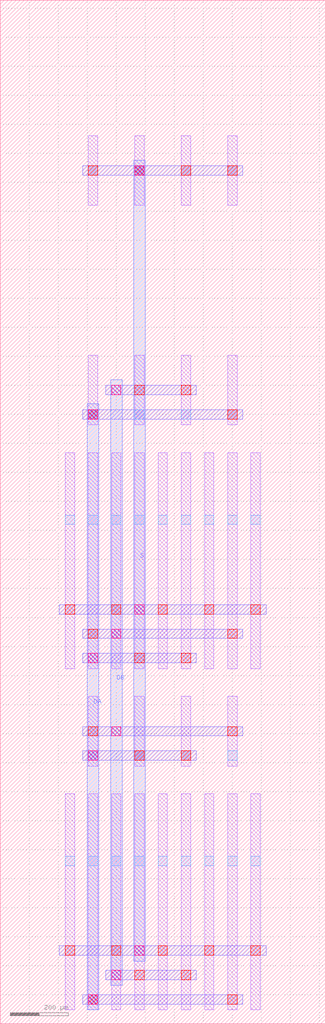
<source format=lef>
MACRO CCP_NMOS_23282412_X2_Y2
  UNITS 
    DATABASE MICRONS UNITS 1000;
  END UNITS 
  ORIGIN 0 0 ;
  FOREIGN CCP_NMOS_23282412_X2_Y2 0 0 ;
  SIZE 1120 BY 3528 ;
  PIN DA
    DIRECTION INOUT ;
    USE SIGNAL ;
    PORT
      LAYER M3 ;
        RECT 300 48 340 2136 ;
    END
  END DA
  PIN DB
    DIRECTION INOUT ;
    USE SIGNAL ;
    PORT
      LAYER M3 ;
        RECT 380 132 420 2220 ;
    END
  END DB
  PIN S
    DIRECTION INOUT ;
    USE SIGNAL ;
    PORT
      LAYER M3 ;
        RECT 460 216 500 2976 ;
    END
  END S
  OBS
    LAYER M1 ;
      RECT 304 48 336 792 ;
    LAYER M1 ;
      RECT 304 888 336 1128 ;
    LAYER M1 ;
      RECT 304 1224 336 1968 ;
    LAYER M1 ;
      RECT 304 2064 336 2304 ;
    LAYER M1 ;
      RECT 304 2820 336 3060 ;
    LAYER M1 ;
      RECT 224 48 256 792 ;
    LAYER M1 ;
      RECT 224 1224 256 1968 ;
    LAYER M1 ;
      RECT 384 48 416 792 ;
    LAYER M1 ;
      RECT 384 1224 416 1968 ;
    LAYER M1 ;
      RECT 464 48 496 792 ;
    LAYER M1 ;
      RECT 464 888 496 1128 ;
    LAYER M1 ;
      RECT 464 1224 496 1968 ;
    LAYER M1 ;
      RECT 464 2064 496 2304 ;
    LAYER M1 ;
      RECT 464 2820 496 3060 ;
    LAYER M1 ;
      RECT 544 48 576 792 ;
    LAYER M1 ;
      RECT 544 1224 576 1968 ;
    LAYER M1 ;
      RECT 624 48 656 792 ;
    LAYER M1 ;
      RECT 624 888 656 1128 ;
    LAYER M1 ;
      RECT 624 1224 656 1968 ;
    LAYER M1 ;
      RECT 624 2064 656 2304 ;
    LAYER M1 ;
      RECT 624 2820 656 3060 ;
    LAYER M1 ;
      RECT 704 48 736 792 ;
    LAYER M1 ;
      RECT 704 1224 736 1968 ;
    LAYER M1 ;
      RECT 784 48 816 792 ;
    LAYER M1 ;
      RECT 784 888 816 1128 ;
    LAYER M1 ;
      RECT 784 1224 816 1968 ;
    LAYER M1 ;
      RECT 784 2064 816 2304 ;
    LAYER M1 ;
      RECT 784 2820 816 3060 ;
    LAYER M1 ;
      RECT 864 48 896 792 ;
    LAYER M1 ;
      RECT 864 1224 896 1968 ;
    LAYER M2 ;
      RECT 284 908 676 940 ;
    LAYER M2 ;
      RECT 284 68 836 100 ;
    LAYER M2 ;
      RECT 284 992 836 1024 ;
    LAYER M2 ;
      RECT 364 152 676 184 ;
    LAYER M2 ;
      RECT 204 236 916 268 ;
    LAYER M2 ;
      RECT 284 2084 836 2116 ;
    LAYER M2 ;
      RECT 284 1244 676 1276 ;
    LAYER M2 ;
      RECT 364 2168 676 2200 ;
    LAYER M2 ;
      RECT 284 1328 836 1360 ;
    LAYER M2 ;
      RECT 284 2924 836 2956 ;
    LAYER M2 ;
      RECT 204 1412 916 1444 ;
    LAYER V1 ;
      RECT 624 152 656 184 ;
    LAYER V1 ;
      RECT 624 908 656 940 ;
    LAYER V1 ;
      RECT 624 1244 656 1276 ;
    LAYER V1 ;
      RECT 624 2168 656 2200 ;
    LAYER V1 ;
      RECT 624 2924 656 2956 ;
    LAYER V1 ;
      RECT 464 152 496 184 ;
    LAYER V1 ;
      RECT 464 908 496 940 ;
    LAYER V1 ;
      RECT 464 1244 496 1276 ;
    LAYER V1 ;
      RECT 464 2168 496 2200 ;
    LAYER V1 ;
      RECT 464 2924 496 2956 ;
    LAYER V1 ;
      RECT 784 68 816 100 ;
    LAYER V1 ;
      RECT 784 992 816 1024 ;
    LAYER V1 ;
      RECT 784 1328 816 1360 ;
    LAYER V1 ;
      RECT 784 2084 816 2116 ;
    LAYER V1 ;
      RECT 784 2924 816 2956 ;
    LAYER V1 ;
      RECT 304 68 336 100 ;
    LAYER V1 ;
      RECT 304 992 336 1024 ;
    LAYER V1 ;
      RECT 304 1328 336 1360 ;
    LAYER V1 ;
      RECT 304 2084 336 2116 ;
    LAYER V1 ;
      RECT 304 2924 336 2956 ;
    LAYER V1 ;
      RECT 224 236 256 268 ;
    LAYER V1 ;
      RECT 224 1412 256 1444 ;
    LAYER V1 ;
      RECT 384 236 416 268 ;
    LAYER V1 ;
      RECT 384 1412 416 1444 ;
    LAYER V1 ;
      RECT 544 236 576 268 ;
    LAYER V1 ;
      RECT 544 1412 576 1444 ;
    LAYER V1 ;
      RECT 704 236 736 268 ;
    LAYER V1 ;
      RECT 704 1412 736 1444 ;
    LAYER V1 ;
      RECT 864 236 896 268 ;
    LAYER V1 ;
      RECT 864 1412 896 1444 ;
    LAYER V2 ;
      RECT 304 68 336 100 ;
    LAYER V2 ;
      RECT 304 908 336 940 ;
    LAYER V2 ;
      RECT 304 1244 336 1276 ;
    LAYER V2 ;
      RECT 304 2084 336 2116 ;
    LAYER V2 ;
      RECT 384 152 416 184 ;
    LAYER V2 ;
      RECT 384 992 416 1024 ;
    LAYER V2 ;
      RECT 384 1328 416 1360 ;
    LAYER V2 ;
      RECT 384 2168 416 2200 ;
    LAYER V2 ;
      RECT 464 236 496 268 ;
    LAYER V2 ;
      RECT 464 1412 496 1444 ;
    LAYER V2 ;
      RECT 464 2924 496 2956 ;
    LAYER V0 ;
      RECT 304 545 336 577 ;
    LAYER V0 ;
      RECT 304 908 336 940 ;
    LAYER V0 ;
      RECT 304 1721 336 1753 ;
    LAYER V0 ;
      RECT 304 2084 336 2116 ;
    LAYER V0 ;
      RECT 304 2924 336 2956 ;
    LAYER V0 ;
      RECT 304 2924 336 2956 ;
    LAYER V0 ;
      RECT 224 545 256 577 ;
    LAYER V0 ;
      RECT 224 1721 256 1753 ;
    LAYER V0 ;
      RECT 384 545 416 577 ;
    LAYER V0 ;
      RECT 384 545 416 577 ;
    LAYER V0 ;
      RECT 384 1721 416 1753 ;
    LAYER V0 ;
      RECT 384 1721 416 1753 ;
    LAYER V0 ;
      RECT 464 545 496 577 ;
    LAYER V0 ;
      RECT 464 908 496 940 ;
    LAYER V0 ;
      RECT 464 1721 496 1753 ;
    LAYER V0 ;
      RECT 464 2084 496 2116 ;
    LAYER V0 ;
      RECT 464 2924 496 2956 ;
    LAYER V0 ;
      RECT 464 2924 496 2956 ;
    LAYER V0 ;
      RECT 544 545 576 577 ;
    LAYER V0 ;
      RECT 544 545 576 577 ;
    LAYER V0 ;
      RECT 544 1721 576 1753 ;
    LAYER V0 ;
      RECT 544 1721 576 1753 ;
    LAYER V0 ;
      RECT 624 545 656 577 ;
    LAYER V0 ;
      RECT 624 908 656 940 ;
    LAYER V0 ;
      RECT 624 1721 656 1753 ;
    LAYER V0 ;
      RECT 624 2084 656 2116 ;
    LAYER V0 ;
      RECT 624 2924 656 2956 ;
    LAYER V0 ;
      RECT 624 2924 656 2956 ;
    LAYER V0 ;
      RECT 704 545 736 577 ;
    LAYER V0 ;
      RECT 704 545 736 577 ;
    LAYER V0 ;
      RECT 704 1721 736 1753 ;
    LAYER V0 ;
      RECT 704 1721 736 1753 ;
    LAYER V0 ;
      RECT 784 545 816 577 ;
    LAYER V0 ;
      RECT 784 908 816 940 ;
    LAYER V0 ;
      RECT 784 1721 816 1753 ;
    LAYER V0 ;
      RECT 784 2084 816 2116 ;
    LAYER V0 ;
      RECT 784 2924 816 2956 ;
    LAYER V0 ;
      RECT 784 2924 816 2956 ;
    LAYER V0 ;
      RECT 864 545 896 577 ;
    LAYER V0 ;
      RECT 864 1721 896 1753 ;
  END
END CCP_NMOS_23282412_X2_Y2

</source>
